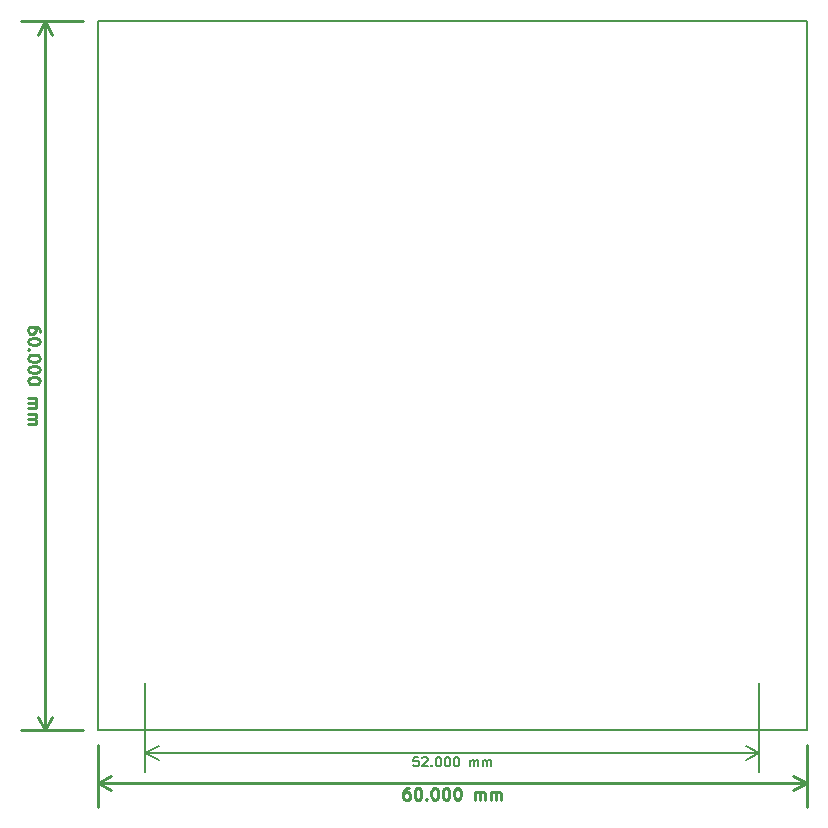
<source format=gbr>
G04 (created by PCBNEW (2013-03-15 BZR 4003)-stable) date 24-Aug-13 4:32:32 PM*
%MOIN*%
G04 Gerber Fmt 3.4, Leading zero omitted, Abs format*
%FSLAX34Y34*%
G01*
G70*
G90*
G04 APERTURE LIST*
%ADD10C,0*%
%ADD11C,0.00787402*%
%ADD12C,0.00984252*%
%ADD13C,0.00590551*%
G04 APERTURE END LIST*
G54D10*
G54D11*
X45218Y-31899D02*
X45068Y-31899D01*
X45053Y-32049D01*
X45068Y-32034D01*
X45098Y-32019D01*
X45173Y-32019D01*
X45203Y-32034D01*
X45218Y-32049D01*
X45233Y-32079D01*
X45233Y-32154D01*
X45218Y-32184D01*
X45203Y-32199D01*
X45173Y-32214D01*
X45098Y-32214D01*
X45068Y-32199D01*
X45053Y-32184D01*
X45353Y-31929D02*
X45368Y-31914D01*
X45398Y-31899D01*
X45473Y-31899D01*
X45503Y-31914D01*
X45518Y-31929D01*
X45533Y-31959D01*
X45533Y-31989D01*
X45518Y-32034D01*
X45338Y-32214D01*
X45533Y-32214D01*
X45668Y-32184D02*
X45683Y-32199D01*
X45668Y-32214D01*
X45653Y-32199D01*
X45668Y-32184D01*
X45668Y-32214D01*
X45878Y-31899D02*
X45908Y-31899D01*
X45938Y-31914D01*
X45953Y-31929D01*
X45968Y-31959D01*
X45983Y-32019D01*
X45983Y-32094D01*
X45968Y-32154D01*
X45953Y-32184D01*
X45938Y-32199D01*
X45908Y-32214D01*
X45878Y-32214D01*
X45848Y-32199D01*
X45833Y-32184D01*
X45818Y-32154D01*
X45803Y-32094D01*
X45803Y-32019D01*
X45818Y-31959D01*
X45833Y-31929D01*
X45848Y-31914D01*
X45878Y-31899D01*
X46178Y-31899D02*
X46208Y-31899D01*
X46238Y-31914D01*
X46253Y-31929D01*
X46268Y-31959D01*
X46283Y-32019D01*
X46283Y-32094D01*
X46268Y-32154D01*
X46253Y-32184D01*
X46238Y-32199D01*
X46208Y-32214D01*
X46178Y-32214D01*
X46148Y-32199D01*
X46133Y-32184D01*
X46118Y-32154D01*
X46103Y-32094D01*
X46103Y-32019D01*
X46118Y-31959D01*
X46133Y-31929D01*
X46148Y-31914D01*
X46178Y-31899D01*
X46478Y-31899D02*
X46508Y-31899D01*
X46538Y-31914D01*
X46553Y-31929D01*
X46568Y-31959D01*
X46583Y-32019D01*
X46583Y-32094D01*
X46568Y-32154D01*
X46553Y-32184D01*
X46538Y-32199D01*
X46508Y-32214D01*
X46478Y-32214D01*
X46448Y-32199D01*
X46433Y-32184D01*
X46418Y-32154D01*
X46403Y-32094D01*
X46403Y-32019D01*
X46418Y-31959D01*
X46433Y-31929D01*
X46448Y-31914D01*
X46478Y-31899D01*
X46958Y-32214D02*
X46958Y-32004D01*
X46958Y-32034D02*
X46973Y-32019D01*
X47003Y-32004D01*
X47048Y-32004D01*
X47078Y-32019D01*
X47093Y-32049D01*
X47093Y-32214D01*
X47093Y-32049D02*
X47108Y-32019D01*
X47138Y-32004D01*
X47183Y-32004D01*
X47213Y-32019D01*
X47228Y-32049D01*
X47228Y-32214D01*
X47378Y-32214D02*
X47378Y-32004D01*
X47378Y-32034D02*
X47393Y-32019D01*
X47423Y-32004D01*
X47468Y-32004D01*
X47498Y-32019D01*
X47513Y-32049D01*
X47513Y-32214D01*
X47513Y-32049D02*
X47528Y-32019D01*
X47558Y-32004D01*
X47603Y-32004D01*
X47633Y-32019D01*
X47648Y-32049D01*
X47648Y-32214D01*
X56594Y-31771D02*
X36122Y-31771D01*
X56594Y-29429D02*
X56594Y-32401D01*
X36122Y-29429D02*
X36122Y-32401D01*
X36122Y-31771D02*
X36565Y-31540D01*
X36122Y-31771D02*
X36565Y-32002D01*
X56594Y-31771D02*
X56150Y-31540D01*
X56594Y-31771D02*
X56150Y-32002D01*
G54D12*
X32616Y-17749D02*
X32616Y-17674D01*
X32597Y-17636D01*
X32578Y-17618D01*
X32522Y-17580D01*
X32447Y-17561D01*
X32297Y-17561D01*
X32260Y-17580D01*
X32241Y-17599D01*
X32222Y-17636D01*
X32222Y-17711D01*
X32241Y-17749D01*
X32260Y-17768D01*
X32297Y-17786D01*
X32391Y-17786D01*
X32428Y-17768D01*
X32447Y-17749D01*
X32466Y-17711D01*
X32466Y-17636D01*
X32447Y-17599D01*
X32428Y-17580D01*
X32391Y-17561D01*
X32616Y-18030D02*
X32616Y-18068D01*
X32597Y-18105D01*
X32578Y-18124D01*
X32541Y-18143D01*
X32466Y-18161D01*
X32372Y-18161D01*
X32297Y-18143D01*
X32260Y-18124D01*
X32241Y-18105D01*
X32222Y-18068D01*
X32222Y-18030D01*
X32241Y-17993D01*
X32260Y-17974D01*
X32297Y-17955D01*
X32372Y-17936D01*
X32466Y-17936D01*
X32541Y-17955D01*
X32578Y-17974D01*
X32597Y-17993D01*
X32616Y-18030D01*
X32260Y-18330D02*
X32241Y-18349D01*
X32222Y-18330D01*
X32241Y-18311D01*
X32260Y-18330D01*
X32222Y-18330D01*
X32616Y-18592D02*
X32616Y-18630D01*
X32597Y-18667D01*
X32578Y-18686D01*
X32541Y-18705D01*
X32466Y-18724D01*
X32372Y-18724D01*
X32297Y-18705D01*
X32260Y-18686D01*
X32241Y-18667D01*
X32222Y-18630D01*
X32222Y-18592D01*
X32241Y-18555D01*
X32260Y-18536D01*
X32297Y-18517D01*
X32372Y-18499D01*
X32466Y-18499D01*
X32541Y-18517D01*
X32578Y-18536D01*
X32597Y-18555D01*
X32616Y-18592D01*
X32616Y-18967D02*
X32616Y-19005D01*
X32597Y-19042D01*
X32578Y-19061D01*
X32541Y-19080D01*
X32466Y-19099D01*
X32372Y-19099D01*
X32297Y-19080D01*
X32260Y-19061D01*
X32241Y-19042D01*
X32222Y-19005D01*
X32222Y-18967D01*
X32241Y-18930D01*
X32260Y-18911D01*
X32297Y-18892D01*
X32372Y-18874D01*
X32466Y-18874D01*
X32541Y-18892D01*
X32578Y-18911D01*
X32597Y-18930D01*
X32616Y-18967D01*
X32616Y-19342D02*
X32616Y-19380D01*
X32597Y-19417D01*
X32578Y-19436D01*
X32541Y-19455D01*
X32466Y-19474D01*
X32372Y-19474D01*
X32297Y-19455D01*
X32260Y-19436D01*
X32241Y-19417D01*
X32222Y-19380D01*
X32222Y-19342D01*
X32241Y-19305D01*
X32260Y-19286D01*
X32297Y-19267D01*
X32372Y-19249D01*
X32466Y-19249D01*
X32541Y-19267D01*
X32578Y-19286D01*
X32597Y-19305D01*
X32616Y-19342D01*
X32222Y-19942D02*
X32485Y-19942D01*
X32447Y-19942D02*
X32466Y-19961D01*
X32485Y-19999D01*
X32485Y-20055D01*
X32466Y-20092D01*
X32428Y-20111D01*
X32222Y-20111D01*
X32428Y-20111D02*
X32466Y-20130D01*
X32485Y-20167D01*
X32485Y-20224D01*
X32466Y-20261D01*
X32428Y-20280D01*
X32222Y-20280D01*
X32222Y-20467D02*
X32485Y-20467D01*
X32447Y-20467D02*
X32466Y-20486D01*
X32485Y-20523D01*
X32485Y-20580D01*
X32466Y-20617D01*
X32428Y-20636D01*
X32222Y-20636D01*
X32428Y-20636D02*
X32466Y-20655D01*
X32485Y-20692D01*
X32485Y-20748D01*
X32466Y-20786D01*
X32428Y-20805D01*
X32222Y-20805D01*
X32775Y-7381D02*
X32775Y-31003D01*
X34055Y-7381D02*
X31988Y-7381D01*
X34055Y-31003D02*
X31988Y-31003D01*
X32775Y-31003D02*
X32544Y-30560D01*
X32775Y-31003D02*
X33006Y-30560D01*
X32775Y-7381D02*
X32544Y-7825D01*
X32775Y-7381D02*
X33006Y-7825D01*
X44914Y-32934D02*
X44839Y-32934D01*
X44802Y-32953D01*
X44783Y-32972D01*
X44745Y-33028D01*
X44727Y-33103D01*
X44727Y-33253D01*
X44745Y-33291D01*
X44764Y-33309D01*
X44802Y-33328D01*
X44877Y-33328D01*
X44914Y-33309D01*
X44933Y-33291D01*
X44952Y-33253D01*
X44952Y-33159D01*
X44933Y-33122D01*
X44914Y-33103D01*
X44877Y-33084D01*
X44802Y-33084D01*
X44764Y-33103D01*
X44745Y-33122D01*
X44727Y-33159D01*
X45195Y-32934D02*
X45233Y-32934D01*
X45270Y-32953D01*
X45289Y-32972D01*
X45308Y-33009D01*
X45327Y-33084D01*
X45327Y-33178D01*
X45308Y-33253D01*
X45289Y-33291D01*
X45270Y-33309D01*
X45233Y-33328D01*
X45195Y-33328D01*
X45158Y-33309D01*
X45139Y-33291D01*
X45120Y-33253D01*
X45102Y-33178D01*
X45102Y-33084D01*
X45120Y-33009D01*
X45139Y-32972D01*
X45158Y-32953D01*
X45195Y-32934D01*
X45495Y-33291D02*
X45514Y-33309D01*
X45495Y-33328D01*
X45477Y-33309D01*
X45495Y-33291D01*
X45495Y-33328D01*
X45758Y-32934D02*
X45795Y-32934D01*
X45833Y-32953D01*
X45852Y-32972D01*
X45870Y-33009D01*
X45889Y-33084D01*
X45889Y-33178D01*
X45870Y-33253D01*
X45852Y-33291D01*
X45833Y-33309D01*
X45795Y-33328D01*
X45758Y-33328D01*
X45720Y-33309D01*
X45702Y-33291D01*
X45683Y-33253D01*
X45664Y-33178D01*
X45664Y-33084D01*
X45683Y-33009D01*
X45702Y-32972D01*
X45720Y-32953D01*
X45758Y-32934D01*
X46133Y-32934D02*
X46170Y-32934D01*
X46208Y-32953D01*
X46227Y-32972D01*
X46245Y-33009D01*
X46264Y-33084D01*
X46264Y-33178D01*
X46245Y-33253D01*
X46227Y-33291D01*
X46208Y-33309D01*
X46170Y-33328D01*
X46133Y-33328D01*
X46095Y-33309D01*
X46077Y-33291D01*
X46058Y-33253D01*
X46039Y-33178D01*
X46039Y-33084D01*
X46058Y-33009D01*
X46077Y-32972D01*
X46095Y-32953D01*
X46133Y-32934D01*
X46508Y-32934D02*
X46545Y-32934D01*
X46583Y-32953D01*
X46601Y-32972D01*
X46620Y-33009D01*
X46639Y-33084D01*
X46639Y-33178D01*
X46620Y-33253D01*
X46601Y-33291D01*
X46583Y-33309D01*
X46545Y-33328D01*
X46508Y-33328D01*
X46470Y-33309D01*
X46452Y-33291D01*
X46433Y-33253D01*
X46414Y-33178D01*
X46414Y-33084D01*
X46433Y-33009D01*
X46452Y-32972D01*
X46470Y-32953D01*
X46508Y-32934D01*
X47108Y-33328D02*
X47108Y-33066D01*
X47108Y-33103D02*
X47126Y-33084D01*
X47164Y-33066D01*
X47220Y-33066D01*
X47258Y-33084D01*
X47276Y-33122D01*
X47276Y-33328D01*
X47276Y-33122D02*
X47295Y-33084D01*
X47333Y-33066D01*
X47389Y-33066D01*
X47426Y-33084D01*
X47445Y-33122D01*
X47445Y-33328D01*
X47633Y-33328D02*
X47633Y-33066D01*
X47633Y-33103D02*
X47651Y-33084D01*
X47689Y-33066D01*
X47745Y-33066D01*
X47783Y-33084D01*
X47801Y-33122D01*
X47801Y-33328D01*
X47801Y-33122D02*
X47820Y-33084D01*
X47858Y-33066D01*
X47914Y-33066D01*
X47951Y-33084D01*
X47970Y-33122D01*
X47970Y-33328D01*
X34547Y-32775D02*
X58169Y-32775D01*
X34547Y-31496D02*
X34547Y-33562D01*
X58169Y-31496D02*
X58169Y-33562D01*
X58169Y-32775D02*
X57725Y-33006D01*
X58169Y-32775D02*
X57725Y-32544D01*
X34547Y-32775D02*
X34990Y-33006D01*
X34547Y-32775D02*
X34990Y-32544D01*
G54D13*
X34547Y-31003D02*
X34547Y-7381D01*
X58169Y-31003D02*
X34547Y-31003D01*
X58169Y-7381D02*
X58169Y-31003D01*
X34547Y-7381D02*
X58169Y-7381D01*
M02*

</source>
